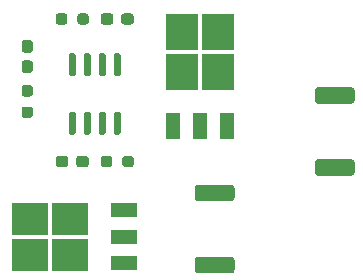
<source format=gbr>
%TF.GenerationSoftware,KiCad,Pcbnew,5.1.7-a382d34a8~88~ubuntu18.04.1*%
%TF.CreationDate,2021-03-18T09:15:53-04:00*%
%TF.ProjectId,HV_DCDC,48565f44-4344-4432-9e6b-696361645f70,rev?*%
%TF.SameCoordinates,Original*%
%TF.FileFunction,Paste,Top*%
%TF.FilePolarity,Positive*%
%FSLAX46Y46*%
G04 Gerber Fmt 4.6, Leading zero omitted, Abs format (unit mm)*
G04 Created by KiCad (PCBNEW 5.1.7-a382d34a8~88~ubuntu18.04.1) date 2021-03-18 09:15:53*
%MOMM*%
%LPD*%
G01*
G04 APERTURE LIST*
%ADD10R,2.750000X3.050000*%
%ADD11R,1.200000X2.200000*%
%ADD12R,3.050000X2.750000*%
%ADD13R,2.200000X1.200000*%
G04 APERTURE END LIST*
%TO.C,R9*%
G36*
G01*
X171929999Y-89980000D02*
X174780001Y-89980000D01*
G75*
G02*
X175030000Y-90229999I0J-249999D01*
G01*
X175030000Y-91130001D01*
G75*
G02*
X174780001Y-91380000I-249999J0D01*
G01*
X171929999Y-91380000D01*
G75*
G02*
X171680000Y-91130001I0J249999D01*
G01*
X171680000Y-90229999D01*
G75*
G02*
X171929999Y-89980000I249999J0D01*
G01*
G37*
G36*
G01*
X171929999Y-83880000D02*
X174780001Y-83880000D01*
G75*
G02*
X175030000Y-84129999I0J-249999D01*
G01*
X175030000Y-85030001D01*
G75*
G02*
X174780001Y-85280000I-249999J0D01*
G01*
X171929999Y-85280000D01*
G75*
G02*
X171680000Y-85030001I0J249999D01*
G01*
X171680000Y-84129999D01*
G75*
G02*
X171929999Y-83880000I249999J0D01*
G01*
G37*
%TD*%
%TO.C,U2*%
G36*
G01*
X151280000Y-82955000D02*
X150980000Y-82955000D01*
G75*
G02*
X150830000Y-82805000I0J150000D01*
G01*
X150830000Y-81155000D01*
G75*
G02*
X150980000Y-81005000I150000J0D01*
G01*
X151280000Y-81005000D01*
G75*
G02*
X151430000Y-81155000I0J-150000D01*
G01*
X151430000Y-82805000D01*
G75*
G02*
X151280000Y-82955000I-150000J0D01*
G01*
G37*
G36*
G01*
X152550000Y-82955000D02*
X152250000Y-82955000D01*
G75*
G02*
X152100000Y-82805000I0J150000D01*
G01*
X152100000Y-81155000D01*
G75*
G02*
X152250000Y-81005000I150000J0D01*
G01*
X152550000Y-81005000D01*
G75*
G02*
X152700000Y-81155000I0J-150000D01*
G01*
X152700000Y-82805000D01*
G75*
G02*
X152550000Y-82955000I-150000J0D01*
G01*
G37*
G36*
G01*
X153820000Y-82955000D02*
X153520000Y-82955000D01*
G75*
G02*
X153370000Y-82805000I0J150000D01*
G01*
X153370000Y-81155000D01*
G75*
G02*
X153520000Y-81005000I150000J0D01*
G01*
X153820000Y-81005000D01*
G75*
G02*
X153970000Y-81155000I0J-150000D01*
G01*
X153970000Y-82805000D01*
G75*
G02*
X153820000Y-82955000I-150000J0D01*
G01*
G37*
G36*
G01*
X155090000Y-82955000D02*
X154790000Y-82955000D01*
G75*
G02*
X154640000Y-82805000I0J150000D01*
G01*
X154640000Y-81155000D01*
G75*
G02*
X154790000Y-81005000I150000J0D01*
G01*
X155090000Y-81005000D01*
G75*
G02*
X155240000Y-81155000I0J-150000D01*
G01*
X155240000Y-82805000D01*
G75*
G02*
X155090000Y-82955000I-150000J0D01*
G01*
G37*
G36*
G01*
X155090000Y-87905000D02*
X154790000Y-87905000D01*
G75*
G02*
X154640000Y-87755000I0J150000D01*
G01*
X154640000Y-86105000D01*
G75*
G02*
X154790000Y-85955000I150000J0D01*
G01*
X155090000Y-85955000D01*
G75*
G02*
X155240000Y-86105000I0J-150000D01*
G01*
X155240000Y-87755000D01*
G75*
G02*
X155090000Y-87905000I-150000J0D01*
G01*
G37*
G36*
G01*
X153820000Y-87905000D02*
X153520000Y-87905000D01*
G75*
G02*
X153370000Y-87755000I0J150000D01*
G01*
X153370000Y-86105000D01*
G75*
G02*
X153520000Y-85955000I150000J0D01*
G01*
X153820000Y-85955000D01*
G75*
G02*
X153970000Y-86105000I0J-150000D01*
G01*
X153970000Y-87755000D01*
G75*
G02*
X153820000Y-87905000I-150000J0D01*
G01*
G37*
G36*
G01*
X152550000Y-87905000D02*
X152250000Y-87905000D01*
G75*
G02*
X152100000Y-87755000I0J150000D01*
G01*
X152100000Y-86105000D01*
G75*
G02*
X152250000Y-85955000I150000J0D01*
G01*
X152550000Y-85955000D01*
G75*
G02*
X152700000Y-86105000I0J-150000D01*
G01*
X152700000Y-87755000D01*
G75*
G02*
X152550000Y-87905000I-150000J0D01*
G01*
G37*
G36*
G01*
X151280000Y-87905000D02*
X150980000Y-87905000D01*
G75*
G02*
X150830000Y-87755000I0J150000D01*
G01*
X150830000Y-86105000D01*
G75*
G02*
X150980000Y-85955000I150000J0D01*
G01*
X151280000Y-85955000D01*
G75*
G02*
X151430000Y-86105000I0J-150000D01*
G01*
X151430000Y-87755000D01*
G75*
G02*
X151280000Y-87905000I-150000J0D01*
G01*
G37*
%TD*%
%TO.C,R6*%
G36*
G01*
X164620001Y-93535000D02*
X161769999Y-93535000D01*
G75*
G02*
X161520000Y-93285001I0J249999D01*
G01*
X161520000Y-92384999D01*
G75*
G02*
X161769999Y-92135000I249999J0D01*
G01*
X164620001Y-92135000D01*
G75*
G02*
X164870000Y-92384999I0J-249999D01*
G01*
X164870000Y-93285001D01*
G75*
G02*
X164620001Y-93535000I-249999J0D01*
G01*
G37*
G36*
G01*
X164620001Y-99635000D02*
X161769999Y-99635000D01*
G75*
G02*
X161520000Y-99385001I0J249999D01*
G01*
X161520000Y-98484999D01*
G75*
G02*
X161769999Y-98235000I249999J0D01*
G01*
X164620001Y-98235000D01*
G75*
G02*
X164870000Y-98484999I0J-249999D01*
G01*
X164870000Y-99385001D01*
G75*
G02*
X164620001Y-99635000I-249999J0D01*
G01*
G37*
%TD*%
%TO.C,R5*%
G36*
G01*
X154515000Y-89932500D02*
X154515000Y-90407500D01*
G75*
G02*
X154277500Y-90645000I-237500J0D01*
G01*
X153777500Y-90645000D01*
G75*
G02*
X153540000Y-90407500I0J237500D01*
G01*
X153540000Y-89932500D01*
G75*
G02*
X153777500Y-89695000I237500J0D01*
G01*
X154277500Y-89695000D01*
G75*
G02*
X154515000Y-89932500I0J-237500D01*
G01*
G37*
G36*
G01*
X156340000Y-89932500D02*
X156340000Y-90407500D01*
G75*
G02*
X156102500Y-90645000I-237500J0D01*
G01*
X155602500Y-90645000D01*
G75*
G02*
X155365000Y-90407500I0J237500D01*
G01*
X155365000Y-89932500D01*
G75*
G02*
X155602500Y-89695000I237500J0D01*
G01*
X156102500Y-89695000D01*
G75*
G02*
X156340000Y-89932500I0J-237500D01*
G01*
G37*
%TD*%
%TO.C,R4*%
G36*
G01*
X147082500Y-85515000D02*
X147557500Y-85515000D01*
G75*
G02*
X147795000Y-85752500I0J-237500D01*
G01*
X147795000Y-86252500D01*
G75*
G02*
X147557500Y-86490000I-237500J0D01*
G01*
X147082500Y-86490000D01*
G75*
G02*
X146845000Y-86252500I0J237500D01*
G01*
X146845000Y-85752500D01*
G75*
G02*
X147082500Y-85515000I237500J0D01*
G01*
G37*
G36*
G01*
X147082500Y-83690000D02*
X147557500Y-83690000D01*
G75*
G02*
X147795000Y-83927500I0J-237500D01*
G01*
X147795000Y-84427500D01*
G75*
G02*
X147557500Y-84665000I-237500J0D01*
G01*
X147082500Y-84665000D01*
G75*
G02*
X146845000Y-84427500I0J237500D01*
G01*
X146845000Y-83927500D01*
G75*
G02*
X147082500Y-83690000I237500J0D01*
G01*
G37*
%TD*%
%TO.C,R3*%
G36*
G01*
X151555000Y-78342500D02*
X151555000Y-77867500D01*
G75*
G02*
X151792500Y-77630000I237500J0D01*
G01*
X152292500Y-77630000D01*
G75*
G02*
X152530000Y-77867500I0J-237500D01*
G01*
X152530000Y-78342500D01*
G75*
G02*
X152292500Y-78580000I-237500J0D01*
G01*
X151792500Y-78580000D01*
G75*
G02*
X151555000Y-78342500I0J237500D01*
G01*
G37*
G36*
G01*
X149730000Y-78342500D02*
X149730000Y-77867500D01*
G75*
G02*
X149967500Y-77630000I237500J0D01*
G01*
X150467500Y-77630000D01*
G75*
G02*
X150705000Y-77867500I0J-237500D01*
G01*
X150705000Y-78342500D01*
G75*
G02*
X150467500Y-78580000I-237500J0D01*
G01*
X149967500Y-78580000D01*
G75*
G02*
X149730000Y-78342500I0J237500D01*
G01*
G37*
%TD*%
D10*
%TO.C,Q2*%
X163450000Y-82550000D03*
X160400000Y-79200000D03*
X160400000Y-82550000D03*
X163450000Y-79200000D03*
D11*
X164205000Y-87175000D03*
X161925000Y-87175000D03*
X159645000Y-87175000D03*
%TD*%
D12*
%TO.C,Q1*%
X150900000Y-94995000D03*
X147550000Y-98045000D03*
X150900000Y-98045000D03*
X147550000Y-94995000D03*
D13*
X155525000Y-94240000D03*
X155525000Y-96520000D03*
X155525000Y-98800000D03*
%TD*%
%TO.C,C3*%
G36*
G01*
X147082500Y-81605000D02*
X147557500Y-81605000D01*
G75*
G02*
X147795000Y-81842500I0J-237500D01*
G01*
X147795000Y-82442500D01*
G75*
G02*
X147557500Y-82680000I-237500J0D01*
G01*
X147082500Y-82680000D01*
G75*
G02*
X146845000Y-82442500I0J237500D01*
G01*
X146845000Y-81842500D01*
G75*
G02*
X147082500Y-81605000I237500J0D01*
G01*
G37*
G36*
G01*
X147082500Y-79880000D02*
X147557500Y-79880000D01*
G75*
G02*
X147795000Y-80117500I0J-237500D01*
G01*
X147795000Y-80717500D01*
G75*
G02*
X147557500Y-80955000I-237500J0D01*
G01*
X147082500Y-80955000D01*
G75*
G02*
X146845000Y-80717500I0J237500D01*
G01*
X146845000Y-80117500D01*
G75*
G02*
X147082500Y-79880000I237500J0D01*
G01*
G37*
%TD*%
%TO.C,C2*%
G36*
G01*
X150805000Y-89932500D02*
X150805000Y-90407500D01*
G75*
G02*
X150567500Y-90645000I-237500J0D01*
G01*
X149967500Y-90645000D01*
G75*
G02*
X149730000Y-90407500I0J237500D01*
G01*
X149730000Y-89932500D01*
G75*
G02*
X149967500Y-89695000I237500J0D01*
G01*
X150567500Y-89695000D01*
G75*
G02*
X150805000Y-89932500I0J-237500D01*
G01*
G37*
G36*
G01*
X152530000Y-89932500D02*
X152530000Y-90407500D01*
G75*
G02*
X152292500Y-90645000I-237500J0D01*
G01*
X151692500Y-90645000D01*
G75*
G02*
X151455000Y-90407500I0J237500D01*
G01*
X151455000Y-89932500D01*
G75*
G02*
X151692500Y-89695000I237500J0D01*
G01*
X152292500Y-89695000D01*
G75*
G02*
X152530000Y-89932500I0J-237500D01*
G01*
G37*
%TD*%
%TO.C,C1*%
G36*
G01*
X155265000Y-78342500D02*
X155265000Y-77867500D01*
G75*
G02*
X155502500Y-77630000I237500J0D01*
G01*
X156102500Y-77630000D01*
G75*
G02*
X156340000Y-77867500I0J-237500D01*
G01*
X156340000Y-78342500D01*
G75*
G02*
X156102500Y-78580000I-237500J0D01*
G01*
X155502500Y-78580000D01*
G75*
G02*
X155265000Y-78342500I0J237500D01*
G01*
G37*
G36*
G01*
X153540000Y-78342500D02*
X153540000Y-77867500D01*
G75*
G02*
X153777500Y-77630000I237500J0D01*
G01*
X154377500Y-77630000D01*
G75*
G02*
X154615000Y-77867500I0J-237500D01*
G01*
X154615000Y-78342500D01*
G75*
G02*
X154377500Y-78580000I-237500J0D01*
G01*
X153777500Y-78580000D01*
G75*
G02*
X153540000Y-78342500I0J237500D01*
G01*
G37*
%TD*%
M02*

</source>
